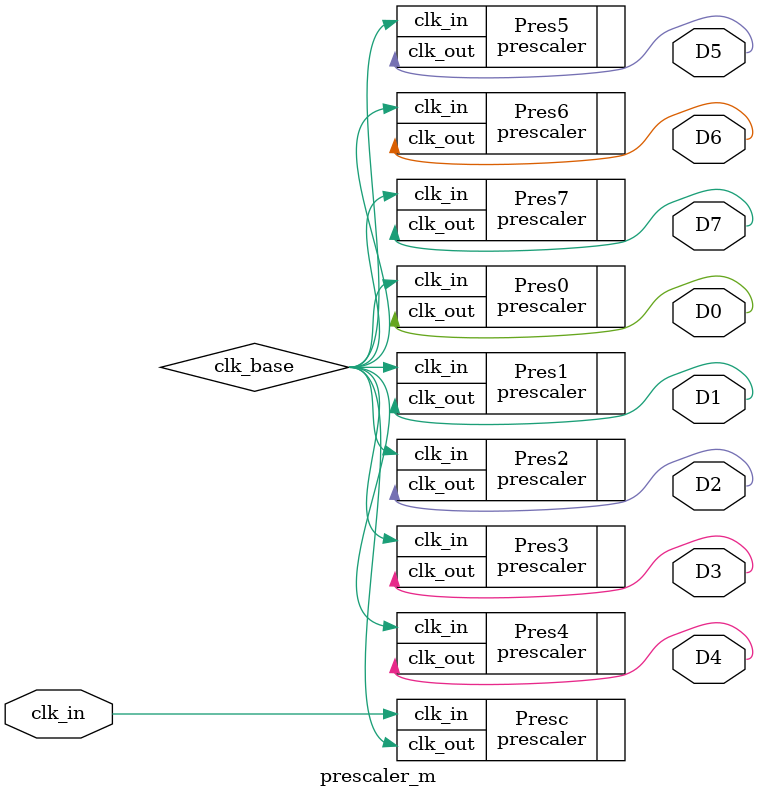
<source format=v>
module prescaler_m (clk_in,D0,D1,D2,D3,D4,D5,D6,D7);
  input clk_in;
  wire clk_in;
  output D0;
  wire D0;
  output D1;
  wire D1;
  output D2;
  wire D2;
  output D3;
  wire D3;
  output D4;
  wire D4;
  output D5;
  wire D5;
  output D6;
  wire D6;
  output D7;
  wire D7;

  wire clk_base; // Un clk_base para q los otros prescalers no tengan ttantos bits

  parameter N = 20;
  parameter N0 = 1;
  parameter N1 = 2;
  parameter N2 = 3;
  parameter N3 = 4;
  parameter N4 = 5;
  parameter N5 = 6;
  parameter N6 = 7;
  parameter N7 = 8;

  prescaler #(.N(N))
    Presc (
      .clk_in(clk_in),
      .clk_out(clk_base)
      );

  prescaler #(.N(N0))
    Pres0(
      .clk_in(clk_base),
      .clk_out(D0)
      );

  prescaler #(.N(N1))
    Pres1(
      .clk_in(clk_base),
      .clk_out(D1)
      );

  prescaler #(.N(N2))
    Pres2(
      .clk_in(clk_base),
      .clk_out(D2)
      );

  prescaler #(.N(N3))
    Pres3(
      .clk_in(clk_base),
      .clk_out(D3)
      );

  prescaler #(.N(N4))
    Pres4(
      .clk_in(clk_base),
      .clk_out(D4)
      );

  prescaler #(.N(N5))
    Pres5(
      .clk_in(clk_base),
      .clk_out(D5)
      );

  prescaler #(.N(N6))
    Pres6(
      .clk_in(clk_base),
      .clk_out(D6)
      );

  prescaler #(.N(N7))
    Pres7(
      .clk_in(clk_base),
      .clk_out(D7)
      );

endmodule //

</source>
